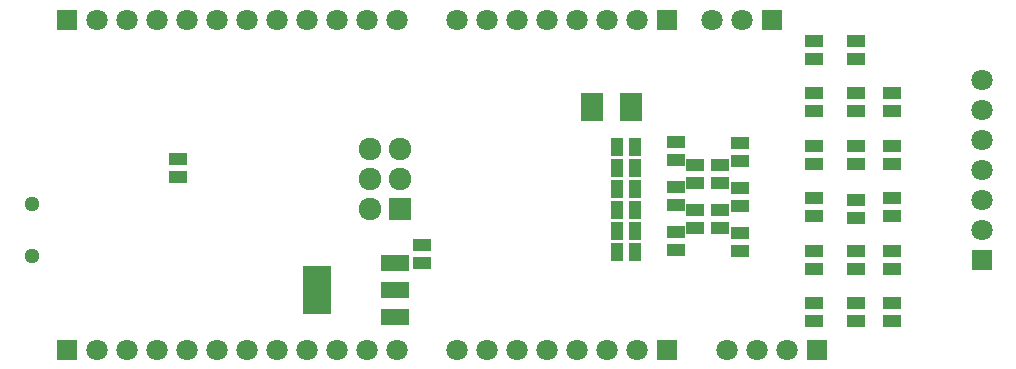
<source format=gbs>
G04 (created by PCBNEW (2013-may-18)-stable) date Tue Apr  7 22:42:00 2015*
%MOIN*%
G04 Gerber Fmt 3.4, Leading zero omitted, Abs format*
%FSLAX34Y34*%
G01*
G70*
G90*
G04 APERTURE LIST*
%ADD10C,0.00393701*%
%ADD11R,0.060748X0.040748*%
%ADD12R,0.040748X0.060748*%
%ADD13C,0.051148*%
%ADD14R,0.075748X0.095748*%
%ADD15R,0.070748X0.070748*%
%ADD16C,0.070748*%
%ADD17R,0.075748X0.075748*%
%ADD18C,0.075748*%
%ADD19R,0.095748X0.159748*%
%ADD20R,0.095748X0.055748*%
G04 APERTURE END LIST*
G54D10*
G54D11*
X83447Y-45341D03*
X83447Y-45941D03*
X82807Y-44591D03*
X82807Y-45191D03*
X83447Y-43841D03*
X83447Y-44441D03*
X82807Y-43081D03*
X82807Y-43681D03*
X84942Y-45206D03*
X84942Y-44606D03*
X87397Y-49051D03*
X87397Y-48451D03*
X84287Y-45941D03*
X84287Y-45341D03*
X84947Y-46701D03*
X84947Y-46101D03*
X84287Y-44441D03*
X84287Y-43841D03*
X84942Y-43706D03*
X84942Y-43106D03*
G54D12*
X80847Y-43951D03*
X81447Y-43951D03*
X80847Y-44651D03*
X81447Y-44651D03*
X80847Y-45351D03*
X81447Y-45351D03*
X80847Y-46051D03*
X81447Y-46051D03*
X80847Y-46751D03*
X81447Y-46751D03*
G54D11*
X87397Y-42051D03*
X87397Y-41451D03*
X87397Y-43801D03*
X87397Y-43201D03*
X87397Y-45551D03*
X87397Y-44951D03*
X87397Y-47301D03*
X87397Y-46701D03*
X82807Y-46091D03*
X82807Y-46691D03*
X87397Y-40301D03*
X87397Y-39701D03*
G54D12*
X80847Y-43251D03*
X81447Y-43251D03*
G54D13*
X61335Y-45134D03*
X61335Y-46866D03*
G54D14*
X81317Y-41901D03*
X80017Y-41901D03*
G54D11*
X89997Y-43801D03*
X89997Y-43201D03*
X66200Y-44250D03*
X66200Y-43650D03*
X89997Y-45551D03*
X89997Y-44951D03*
X89997Y-47301D03*
X89997Y-46701D03*
X89997Y-49051D03*
X89997Y-48451D03*
X88797Y-46701D03*
X88797Y-47301D03*
X88797Y-45001D03*
X88797Y-45601D03*
X88797Y-43201D03*
X88797Y-43801D03*
X88797Y-48451D03*
X88797Y-49051D03*
X88797Y-41451D03*
X88797Y-42051D03*
X88797Y-39701D03*
X88797Y-40301D03*
X89997Y-42051D03*
X89997Y-41451D03*
G54D15*
X82497Y-50001D03*
G54D16*
X81497Y-50001D03*
X80497Y-50001D03*
X79497Y-50001D03*
X78497Y-50001D03*
X77497Y-50001D03*
X76497Y-50001D03*
X75497Y-50001D03*
G54D15*
X82497Y-39001D03*
G54D16*
X81497Y-39001D03*
X80497Y-39001D03*
X79497Y-39001D03*
X78497Y-39001D03*
X77497Y-39001D03*
X76497Y-39001D03*
X75497Y-39001D03*
G54D15*
X92997Y-47001D03*
G54D16*
X92997Y-46001D03*
X92997Y-45001D03*
X92997Y-44001D03*
X92997Y-43001D03*
X92997Y-42001D03*
X92997Y-41001D03*
G54D15*
X87497Y-50001D03*
G54D16*
X86497Y-50001D03*
X85497Y-50001D03*
X84497Y-50001D03*
G54D15*
X85997Y-39001D03*
G54D16*
X84997Y-39001D03*
X83997Y-39001D03*
G54D15*
X62500Y-50000D03*
G54D16*
X63500Y-50000D03*
X64500Y-50000D03*
X65500Y-50000D03*
X66500Y-50000D03*
X67500Y-50000D03*
X68500Y-50000D03*
X69500Y-50000D03*
X70500Y-50000D03*
X71500Y-50000D03*
X72500Y-50000D03*
X73500Y-50000D03*
G54D15*
X62500Y-39000D03*
G54D16*
X63500Y-39000D03*
X64500Y-39000D03*
X65500Y-39000D03*
X66500Y-39000D03*
X67500Y-39000D03*
X68500Y-39000D03*
X69500Y-39000D03*
X70500Y-39000D03*
X71500Y-39000D03*
X72500Y-39000D03*
X73500Y-39000D03*
G54D17*
X73600Y-45300D03*
G54D18*
X72600Y-45300D03*
X73600Y-44300D03*
X72600Y-44300D03*
X73600Y-43300D03*
X72600Y-43300D03*
G54D19*
X70850Y-48000D03*
G54D20*
X73450Y-48000D03*
X73450Y-48900D03*
X73450Y-47100D03*
G54D11*
X74350Y-46500D03*
X74350Y-47100D03*
M02*

</source>
